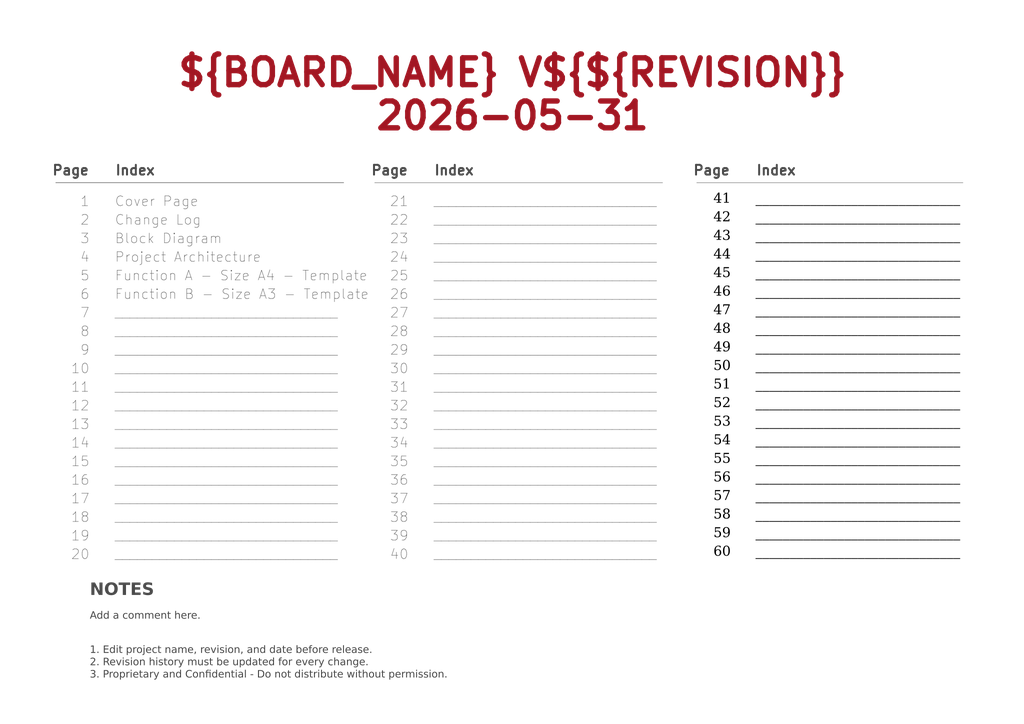
<source format=kicad_sch>
(kicad_sch
	(version 20250114)
	(generator "eeschema")
	(generator_version "9.0")
	(uuid "0650c7a8-acba-429c-9f8e-eec0baf0bc1c")
	(paper "A3")
	(title_block
		(title "${SHEETNAME}")
		(date "2025-08-29")
		(rev "${REVISION}")
		(company "${COMPANY}")
	)
	(lib_symbols)
	(text "9"
		(exclude_from_sim no)
		(at 36.83 146.05 0)
		(effects
			(font
				(size 4 4)
				(color 72 72 72 1)
			)
			(justify right bottom)
			(href "#9")
		)
		(uuid "0171ecc8-df6f-418e-95ea-db73cf975716")
	)
	(text "______________________________"
		(exclude_from_sim no)
		(at 309.88 229.87 0)
		(effects
			(font
				(face "Times New Roman")
				(size 4 4)
				(color 0 0 0 1)
			)
			(justify left bottom)
			(href "#60")
		)
		(uuid "01b9fccd-18f7-4d5d-b0d5-9014448a00de")
	)
	(text "______________________________"
		(exclude_from_sim no)
		(at 177.8 168.91 0)
		(effects
			(font
				(size 4 4)
				(color 72 72 72 1)
			)
			(justify left bottom)
			(href "#32")
		)
		(uuid "0257fcc5-345d-4a0c-99f8-2411c0c89d9b")
	)
	(text "______________________________"
		(exclude_from_sim no)
		(at 309.88 153.67 0)
		(effects
			(font
				(face "Times New Roman")
				(size 4 4)
				(color 0 0 0 1)
			)
			(justify left bottom)
			(href "#50")
		)
		(uuid "02efe401-d6d9-49b6-a81b-08b04f3221af")
	)
	(text "31"
		(exclude_from_sim no)
		(at 167.64 161.29 0)
		(effects
			(font
				(size 4 4)
				(color 72 72 72 1)
			)
			(justify right bottom)
			(href "#31")
		)
		(uuid "03b69ef0-b2b2-483e-a783-164df380b2be")
	)
	(text "19"
		(exclude_from_sim no)
		(at 36.83 222.25 0)
		(effects
			(font
				(size 4 4)
				(color 72 72 72 1)
			)
			(justify right bottom)
			(href "#29")
		)
		(uuid "072ccb28-7cb6-4f39-9156-6359381f0585")
	)
	(text "33"
		(exclude_from_sim no)
		(at 167.64 176.53 0)
		(effects
			(font
				(size 4 4)
				(color 72 72 72 1)
			)
			(justify right bottom)
			(href "#33")
		)
		(uuid "0839716b-08be-4bcc-afab-5a25ef57dce3")
	)
	(text "23"
		(exclude_from_sim no)
		(at 167.64 100.33 0)
		(effects
			(font
				(size 4 4)
				(color 72 72 72 1)
			)
			(justify right bottom)
			(href "#23")
		)
		(uuid "09a9f005-609a-4854-9ba5-f5a5e7b8d7c7")
	)
	(text "______________________________"
		(exclude_from_sim no)
		(at 309.88 115.57 0)
		(effects
			(font
				(face "Times New Roman")
				(size 4 4)
				(color 0 0 0 1)
			)
			(justify left bottom)
			(href "#45")
		)
		(uuid "0a5f776d-cc68-45d8-a9e6-cc6de10cc9f3")
	)
	(text "______________________________"
		(exclude_from_sim no)
		(at 309.88 92.71 0)
		(effects
			(font
				(face "Times New Roman")
				(size 4 4)
				(color 0 0 0 1)
			)
			(justify left bottom)
			(href "#42")
		)
		(uuid "0e77db48-a921-4131-b321-2c7418be2d07")
	)
	(text "______________________________"
		(exclude_from_sim no)
		(at 177.8 222.25 0)
		(effects
			(font
				(size 4 4)
				(color 72 72 72 1)
			)
			(justify left bottom)
			(href "#39")
		)
		(uuid "0f67c861-68bd-4afd-a119-d3d7a5bf7adc")
	)
	(text "______________________________"
		(exclude_from_sim no)
		(at 177.8 191.77 0)
		(effects
			(font
				(size 4 4)
				(color 72 72 72 1)
			)
			(justify left bottom)
			(href "#35")
		)
		(uuid "136f5916-df50-48f6-834b-a6ed7e82129c")
	)
	(text "3"
		(exclude_from_sim no)
		(at 36.83 100.33 0)
		(effects
			(font
				(size 4 4)
				(color 72 72 72 1)
			)
			(justify right bottom)
			(href "#3")
		)
		(uuid "1dd16a1b-b3b8-42a1-b678-3a7b261e7284")
	)
	(text "54"
		(exclude_from_sim no)
		(at 299.72 184.15 0)
		(effects
			(font
				(face "Times New Roman")
				(size 4 4)
				(color 0 0 0 1)
			)
			(justify right bottom)
			(href "#54")
		)
		(uuid "1e9cbe37-2632-4060-ad37-acbd45e55cf5")
	)
	(text "38"
		(exclude_from_sim no)
		(at 167.64 214.63 0)
		(effects
			(font
				(size 4 4)
				(color 72 72 72 1)
			)
			(justify right bottom)
			(href "#38")
		)
		(uuid "1ee16e35-c31c-4553-a9aa-39ed69c5d216")
	)
	(text "______________________________"
		(exclude_from_sim no)
		(at 309.88 107.95 0)
		(effects
			(font
				(face "Times New Roman")
				(size 4 4)
				(color 0 0 0 1)
			)
			(justify left bottom)
			(href "#44")
		)
		(uuid "2560b2fd-595b-4b54-ac30-4ad0a68faed5")
	)
	(text "______________________________"
		(exclude_from_sim no)
		(at 46.99 176.53 0)
		(effects
			(font
				(size 4 4)
				(color 72 72 72 1)
			)
			(justify left bottom)
			(href "#13")
		)
		(uuid "25b93489-82cb-4869-ad91-7e37fdb2cc0b")
	)
	(text "______________________________"
		(exclude_from_sim no)
		(at 46.99 168.91 0)
		(effects
			(font
				(size 4 4)
				(color 72 72 72 1)
			)
			(justify left bottom)
			(href "#12")
		)
		(uuid "2bf84843-093b-473e-b580-d51afcf3d096")
	)
	(text "______________________________"
		(exclude_from_sim no)
		(at 46.99 153.67 0)
		(effects
			(font
				(size 4 4)
				(color 72 72 72 1)
			)
			(justify left bottom)
			(href "#10")
		)
		(uuid "2df49b6e-980f-4a01-ab23-c61ed27bd1b8")
	)
	(text "______________________________"
		(exclude_from_sim no)
		(at 46.99 222.25 0)
		(effects
			(font
				(size 4 4)
				(color 72 72 72 1)
			)
			(justify left bottom)
			(href "#29")
		)
		(uuid "2f2a2d20-18a8-4617-b301-50bb65e2eeb4")
	)
	(text "______________________________"
		(exclude_from_sim no)
		(at 46.99 146.05 0)
		(effects
			(font
				(size 4 4)
				(color 72 72 72 1)
			)
			(justify left bottom)
			(href "#9")
		)
		(uuid "319dfe95-cf7d-4b95-aa65-2f948d7bd6bc")
	)
	(text "______________________________"
		(exclude_from_sim no)
		(at 309.88 146.05 0)
		(effects
			(font
				(face "Times New Roman")
				(size 4 4)
				(color 0 0 0 1)
			)
			(justify left bottom)
			(href "#49")
		)
		(uuid "33818e7a-ae84-4e30-8778-5765f7781f38")
	)
	(text "______________________________"
		(exclude_from_sim no)
		(at 46.99 138.43 0)
		(effects
			(font
				(size 4 4)
				(color 72 72 72 1)
			)
			(justify left bottom)
			(href "#8")
		)
		(uuid "339f13bd-0896-43a1-925e-733e36e395bd")
	)
	(text "1"
		(exclude_from_sim no)
		(at 36.83 85.09 0)
		(effects
			(font
				(size 4 4)
				(color 72 72 72 1)
			)
			(justify right bottom)
			(href "#1")
		)
		(uuid "3691ab49-6c05-4886-869a-12221f52fdee")
	)
	(text "17"
		(exclude_from_sim no)
		(at 36.83 207.01 0)
		(effects
			(font
				(size 4 4)
				(color 72 72 72 1)
			)
			(justify right bottom)
			(href "#27")
		)
		(uuid "3cdde710-205b-4097-951e-1f4191bb917a")
	)
	(text "______________________________"
		(exclude_from_sim no)
		(at 46.99 184.15 0)
		(effects
			(font
				(size 4 4)
				(color 72 72 72 1)
			)
			(justify left bottom)
			(href "#24")
		)
		(uuid "3df57411-0896-4e08-af87-b5a813da7a5c")
	)
	(text "______________________________"
		(exclude_from_sim no)
		(at 177.8 176.53 0)
		(effects
			(font
				(size 4 4)
				(color 72 72 72 1)
			)
			(justify left bottom)
			(href "#33")
		)
		(uuid "402b0b8a-cf1b-4b9f-8494-86491ab4d77b")
	)
	(text "35"
		(exclude_from_sim no)
		(at 167.64 191.77 0)
		(effects
			(font
				(size 4 4)
				(color 72 72 72 1)
			)
			(justify right bottom)
			(href "#35")
		)
		(uuid "447b4f85-4f7b-4304-9a25-0ffc77ee8874")
	)
	(text "Index"
		(exclude_from_sim no)
		(at 46.99 72.39 0)
		(effects
			(font
				(size 4 4)
				(bold yes)
				(color 72 72 72 1)
			)
			(justify left bottom)
		)
		(uuid "44841f0e-187c-41b9-a570-9f74973319c9")
	)
	(text "______________________________"
		(exclude_from_sim no)
		(at 309.88 191.77 0)
		(effects
			(font
				(face "Times New Roman")
				(size 4 4)
				(color 0 0 0 1)
			)
			(justify left bottom)
			(href "#55")
		)
		(uuid "46b3310a-1d99-4e30-94c8-c10c1d0b0176")
	)
	(text "40"
		(exclude_from_sim no)
		(at 167.64 229.87 0)
		(effects
			(font
				(size 4 4)
				(color 72 72 72 1)
			)
			(justify right bottom)
			(href "#40")
		)
		(uuid "46cfe645-1a9c-4b88-904d-9508dc3cde8a")
	)
	(text "Index"
		(exclude_from_sim no)
		(at 177.8 72.39 0)
		(effects
			(font
				(size 4 4)
				(bold yes)
				(color 72 72 72 1)
			)
			(justify left bottom)
		)
		(uuid "4773b195-e777-483d-bd5a-5b18be14b485")
	)
	(text "______________________________"
		(exclude_from_sim no)
		(at 46.99 229.87 0)
		(effects
			(font
				(size 4 4)
				(color 72 72 72 1)
			)
			(justify left bottom)
			(href "#20")
		)
		(uuid "47b49985-5be9-4a58-bab3-4b5801a836ff")
	)
	(text "______________________________"
		(exclude_from_sim no)
		(at 177.8 161.29 0)
		(effects
			(font
				(size 4 4)
				(color 72 72 72 1)
			)
			(justify left bottom)
			(href "#31")
		)
		(uuid "47d13cc7-acac-47b4-8854-1a5cfb555d93")
	)
	(text "47"
		(exclude_from_sim no)
		(at 299.72 130.81 0)
		(effects
			(font
				(face "Times New Roman")
				(size 4 4)
				(color 0 0 0 1)
			)
			(justify right bottom)
			(href "#47")
		)
		(uuid "47e5ef3a-a936-4417-8e04-a70df1a04676")
	)
	(text "32"
		(exclude_from_sim no)
		(at 167.64 168.91 0)
		(effects
			(font
				(size 4 4)
				(color 72 72 72 1)
			)
			(justify right bottom)
			(href "#32")
		)
		(uuid "48098dda-6ed2-44f1-b017-c8ca06ff7970")
	)
	(text "25"
		(exclude_from_sim no)
		(at 167.64 115.57 0)
		(effects
			(font
				(size 4 4)
				(color 72 72 72 1)
			)
			(justify right bottom)
			(href "#25")
		)
		(uuid "48cae9b2-9935-4ee2-a962-685c04325434")
	)
	(text "6"
		(exclude_from_sim no)
		(at 36.83 123.19 0)
		(effects
			(font
				(size 4 4)
				(color 72 72 72 1)
			)
			(justify right bottom)
			(href "#6")
		)
		(uuid "4aa9b67c-c657-48d1-abb0-497faf20008a")
	)
	(text "44"
		(exclude_from_sim no)
		(at 299.72 107.95 0)
		(effects
			(font
				(face "Times New Roman")
				(size 4 4)
				(color 0 0 0 1)
			)
			(justify right bottom)
			(href "#44")
		)
		(uuid "4d10b8f7-ee9d-4539-987e-2871a213b2d6")
	)
	(text "Page"
		(exclude_from_sim no)
		(at 36.83 72.39 0)
		(effects
			(font
				(size 4 4)
				(bold yes)
				(color 72 72 72 1)
			)
			(justify right bottom)
		)
		(uuid "5216de6a-28ab-4e49-a422-9fd32d8fed67")
	)
	(text "Project Architecture"
		(exclude_from_sim no)
		(at 46.99 107.95 0)
		(effects
			(font
				(size 4 4)
				(color 72 72 72 1)
			)
			(justify left bottom)
			(href "#4")
		)
		(uuid "547bb3ec-bec4-4b68-a38e-2ac56be29bd3")
	)
	(text "______________________________"
		(exclude_from_sim no)
		(at 309.88 130.81 0)
		(effects
			(font
				(face "Times New Roman")
				(size 4 4)
				(color 0 0 0 1)
			)
			(justify left bottom)
			(href "#47")
		)
		(uuid "58ff6295-a7e2-4c67-a917-4e0cabddc69e")
	)
	(text "______________________________"
		(exclude_from_sim no)
		(at 309.88 176.53 0)
		(effects
			(font
				(face "Times New Roman")
				(size 4 4)
				(color 0 0 0 1)
			)
			(justify left bottom)
			(href "#53")
		)
		(uuid "5b1ca93f-24a6-4f8c-9768-eb4656f1cbf3")
	)
	(text "______________________________"
		(exclude_from_sim no)
		(at 177.8 214.63 0)
		(effects
			(font
				(size 4 4)
				(color 72 72 72 1)
			)
			(justify left bottom)
			(href "#38")
		)
		(uuid "5d43558a-85f5-481a-8de1-dcce82c73241")
	)
	(text "8"
		(exclude_from_sim no)
		(at 36.83 138.43 0)
		(effects
			(font
				(size 4 4)
				(color 72 72 72 1)
			)
			(justify right bottom)
			(href "#8")
		)
		(uuid "5dd35c87-2aeb-4c16-ab79-fbda71c4347a")
	)
	(text "24"
		(exclude_from_sim no)
		(at 167.64 107.95 0)
		(effects
			(font
				(size 4 4)
				(color 72 72 72 1)
			)
			(justify right bottom)
			(href "#24")
		)
		(uuid "5e529423-56be-4ad0-9794-38b960fa0634")
	)
	(text "______________________________"
		(exclude_from_sim no)
		(at 46.99 161.29 0)
		(effects
			(font
				(size 4 4)
				(color 72 72 72 1)
			)
			(justify left bottom)
			(href "#11")
		)
		(uuid "63bc5518-626a-41c2-b350-27ef93cba1d5")
	)
	(text "Add a comment here."
		(exclude_from_sim no)
		(at 36.83 255.27 0)
		(effects
			(font
				(face "Arial")
				(size 3 3)
				(color 72 72 72 1)
			)
			(justify left bottom)
		)
		(uuid "68380fe5-f4b7-46dd-a35a-12e5c647ab86")
	)
	(text "59"
		(exclude_from_sim no)
		(at 299.72 222.25 0)
		(effects
			(font
				(face "Times New Roman")
				(size 4 4)
				(color 0 0 0 1)
			)
			(justify right bottom)
			(href "#59")
		)
		(uuid "68637550-8f6a-4d13-8273-0ed7180d69f4")
	)
	(text "43"
		(exclude_from_sim no)
		(at 299.72 100.33 0)
		(effects
			(font
				(face "Times New Roman")
				(size 4 4)
				(color 0 0 0 1)
			)
			(justify right bottom)
			(href "#43")
		)
		(uuid "68aaa364-f788-45fb-b731-7b1eda7a6c6c")
	)
	(text "Index"
		(exclude_from_sim no)
		(at 309.88 72.39 0)
		(effects
			(font
				(size 4 4)
				(bold yes)
				(color 72 72 72 1)
			)
			(justify left bottom)
		)
		(uuid "6eee427d-5608-4f64-99d8-6d8e4391a6b0")
	)
	(text "34"
		(exclude_from_sim no)
		(at 167.64 184.15 0)
		(effects
			(font
				(size 4 4)
				(color 72 72 72 1)
			)
			(justify right bottom)
			(href "#34")
		)
		(uuid "71646dce-d3a5-45fd-99ba-bf6701742301")
	)
	(text "5"
		(exclude_from_sim no)
		(at 36.83 115.57 0)
		(effects
			(font
				(size 4 4)
				(color 72 72 72 1)
			)
			(justify right bottom)
			(href "#5")
		)
		(uuid "718e4830-a352-43f0-b9c5-1495032b5970")
	)
	(text "______________________________"
		(exclude_from_sim no)
		(at 309.88 138.43 0)
		(effects
			(font
				(face "Times New Roman")
				(size 4 4)
				(color 0 0 0 1)
			)
			(justify left bottom)
			(href "#48")
		)
		(uuid "71e3e740-6924-4909-b1a6-baf0cd50a5d9")
	)
	(text "11"
		(exclude_from_sim no)
		(at 36.83 161.29 0)
		(effects
			(font
				(size 4 4)
				(color 72 72 72 1)
			)
			(justify right bottom)
			(href "#11")
		)
		(uuid "722afe46-e489-4fa3-828c-eae9e465c4fa")
	)
	(text "______________________________"
		(exclude_from_sim no)
		(at 46.99 207.01 0)
		(effects
			(font
				(size 4 4)
				(color 72 72 72 1)
			)
			(justify left bottom)
			(href "#27")
		)
		(uuid "788a4c72-936c-47c9-b63c-37f2343e2fbb")
	)
	(text "46"
		(exclude_from_sim no)
		(at 299.72 123.19 0)
		(effects
			(font
				(face "Times New Roman")
				(size 4 4)
				(color 0 0 0 1)
			)
			(justify right bottom)
			(href "#46")
		)
		(uuid "78da4ba2-8c96-4e51-9a03-b14367dceea0")
	)
	(text "26"
		(exclude_from_sim no)
		(at 167.64 123.19 0)
		(effects
			(font
				(size 4 4)
				(color 72 72 72 1)
			)
			(justify right bottom)
			(href "#26")
		)
		(uuid "7a577aea-9c53-4431-8f38-6cd521e907d0")
	)
	(text "10"
		(exclude_from_sim no)
		(at 36.83 153.67 0)
		(effects
			(font
				(size 4 4)
				(color 72 72 72 1)
			)
			(justify right bottom)
			(href "#10")
		)
		(uuid "7caa34f0-df91-4ed4-bb8e-ff81315f8c93")
	)
	(text "20"
		(exclude_from_sim no)
		(at 36.83 229.87 0)
		(effects
			(font
				(size 4 4)
				(color 72 72 72 1)
			)
			(justify right bottom)
			(href "#20")
		)
		(uuid "7d269e77-c5fe-410a-9e1a-43ffc60b64b7")
	)
	(text "28"
		(exclude_from_sim no)
		(at 167.64 138.43 0)
		(effects
			(font
				(size 4 4)
				(color 72 72 72 1)
			)
			(justify right bottom)
			(href "#28")
		)
		(uuid "7d4de17d-b484-45d2-95af-1050fc297950")
	)
	(text "58"
		(exclude_from_sim no)
		(at 299.72 214.63 0)
		(effects
			(font
				(face "Times New Roman")
				(size 4 4)
				(color 0 0 0 1)
			)
			(justify right bottom)
			(href "#58")
		)
		(uuid "88d52b16-6572-4cfb-b265-910222b604ca")
	)
	(text "60"
		(exclude_from_sim no)
		(at 299.72 229.87 0)
		(effects
			(font
				(face "Times New Roman")
				(size 4 4)
				(color 0 0 0 1)
			)
			(justify right bottom)
			(href "#60")
		)
		(uuid "8979b0e6-4767-4cf2-a058-45a560b49da5")
	)
	(text "36"
		(exclude_from_sim no)
		(at 167.64 199.39 0)
		(effects
			(font
				(size 4 4)
				(color 72 72 72 1)
			)
			(justify right bottom)
			(href "#36")
		)
		(uuid "89b66c5a-d75f-451f-871f-6ca976a79d0d")
	)
	(text "______________________________"
		(exclude_from_sim no)
		(at 177.8 123.19 0)
		(effects
			(font
				(size 4 4)
				(color 72 72 72 1)
			)
			(justify left bottom)
			(href "#26")
		)
		(uuid "8c8bb75b-a873-42cf-8647-bac599a408de")
	)
	(text "4"
		(exclude_from_sim no)
		(at 36.83 107.95 0)
		(effects
			(font
				(size 4 4)
				(color 72 72 72 1)
			)
			(justify right bottom)
			(href "#4")
		)
		(uuid "8d802a1e-8c90-4592-9cec-00ce1173b8bd")
	)
	(text "21"
		(exclude_from_sim no)
		(at 167.64 85.09 0)
		(effects
			(font
				(size 4 4)
				(color 72 72 72 1)
			)
			(justify right bottom)
			(href "#21")
		)
		(uuid "8d827c06-285c-46bc-8024-d46f4098d9e5")
	)
	(text "______________________________"
		(exclude_from_sim no)
		(at 177.8 138.43 0)
		(effects
			(font
				(size 4 4)
				(color 72 72 72 1)
			)
			(justify left bottom)
			(href "#28")
		)
		(uuid "90ea3559-3b38-46cd-9178-d343a5b3c058")
	)
	(text "______________________________"
		(exclude_from_sim no)
		(at 309.88 168.91 0)
		(effects
			(font
				(face "Times New Roman")
				(size 4 4)
				(color 0 0 0 1)
			)
			(justify left bottom)
			(href "#52")
		)
		(uuid "9111b116-78ef-4de0-8634-349b253bb493")
	)
	(text "48"
		(exclude_from_sim no)
		(at 299.72 138.43 0)
		(effects
			(font
				(face "Times New Roman")
				(size 4 4)
				(color 0 0 0 1)
			)
			(justify right bottom)
			(href "#48")
		)
		(uuid "9310b062-10e2-49af-a22c-1c9854a7f3f0")
	)
	(text "Function A - Size A4 - Template"
		(exclude_from_sim no)
		(at 46.99 115.57 0)
		(effects
			(font
				(size 4 4)
				(color 72 72 72 1)
			)
			(justify left bottom)
			(href "#5")
		)
		(uuid "9413d28a-c2b4-4d73-ae2d-68b4717d1b67")
	)
	(text "Page"
		(exclude_from_sim no)
		(at 299.72 72.39 0)
		(effects
			(font
				(size 4 4)
				(bold yes)
				(color 72 72 72 1)
			)
			(justify right bottom)
		)
		(uuid "959ea2a5-595d-4c64-a44e-f0c1c6497852")
	)
	(text "______________________________"
		(exclude_from_sim no)
		(at 177.8 207.01 0)
		(effects
			(font
				(size 4 4)
				(color 72 72 72 1)
			)
			(justify left bottom)
			(href "#37")
		)
		(uuid "96601b84-d7c8-4941-85d7-0613e213ed48")
	)
	(text "______________________________"
		(exclude_from_sim no)
		(at 177.8 107.95 0)
		(effects
			(font
				(size 4 4)
				(color 72 72 72 1)
			)
			(justify left bottom)
			(href "#24")
		)
		(uuid "97fd4dd4-2e82-49f5-b773-077a391ba71c")
	)
	(text "53"
		(exclude_from_sim no)
		(at 299.72 176.53 0)
		(effects
			(font
				(face "Times New Roman")
				(size 4 4)
				(color 0 0 0 1)
			)
			(justify right bottom)
			(href "#53")
		)
		(uuid "9ab94313-44d8-4d7a-b2a7-c13cbaf05a09")
	)
	(text "______________________________"
		(exclude_from_sim no)
		(at 309.88 184.15 0)
		(effects
			(font
				(face "Times New Roman")
				(size 4 4)
				(color 0 0 0 1)
			)
			(justify left bottom)
			(href "#54")
		)
		(uuid "9e18af5f-af73-4e68-bc20-b48d7e5cc4ef")
	)
	(text "______________________________"
		(exclude_from_sim no)
		(at 46.99 191.77 0)
		(effects
			(font
				(size 4 4)
				(color 72 72 72 1)
			)
			(justify left bottom)
			(href "#25")
		)
		(uuid "a02ef0d9-7a70-4384-9ee5-1d431a1f7f74")
	)
	(text "______________________________"
		(exclude_from_sim no)
		(at 177.8 85.09 0)
		(effects
			(font
				(size 4 4)
				(color 72 72 72 1)
			)
			(justify left bottom)
			(href "#21")
		)
		(uuid "a0648f28-4155-42f7-939d-56746fb3dfc4")
	)
	(text "______________________________"
		(exclude_from_sim no)
		(at 309.88 214.63 0)
		(effects
			(font
				(face "Times New Roman")
				(size 4 4)
				(color 0 0 0 1)
			)
			(justify left bottom)
			(href "#58")
		)
		(uuid "a11d80c9-64ad-4382-95e8-4bf9468cd805")
	)
	(text "18"
		(exclude_from_sim no)
		(at 36.83 214.63 0)
		(effects
			(font
				(size 4 4)
				(color 72 72 72 1)
			)
			(justify right bottom)
			(href "#28")
		)
		(uuid "a9527edc-34ee-4f6a-85b2-6455a82ba3ff")
	)
	(text "______________________________"
		(exclude_from_sim no)
		(at 177.8 146.05 0)
		(effects
			(font
				(size 4 4)
				(color 72 72 72 1)
			)
			(justify left bottom)
			(href "#29")
		)
		(uuid "ab3a5928-b09f-4bad-95c6-93bde0454769")
	)
	(text "42"
		(exclude_from_sim no)
		(at 299.72 92.71 0)
		(effects
			(font
				(face "Times New Roman")
				(size 4 4)
				(color 0 0 0 1)
			)
			(justify right bottom)
			(href "#42")
		)
		(uuid "ada746a9-1ac8-4ba5-b1f0-e040d6c0fa14")
	)
	(text "______________________________"
		(exclude_from_sim no)
		(at 46.99 199.39 0)
		(effects
			(font
				(size 4 4)
				(color 72 72 72 1)
			)
			(justify left bottom)
			(href "#26")
		)
		(uuid "af7facaa-914f-4612-bdee-50d9c0db900b")
	)
	(text "______________________________"
		(exclude_from_sim no)
		(at 309.88 207.01 0)
		(effects
			(font
				(face "Times New Roman")
				(size 4 4)
				(color 0 0 0 1)
			)
			(justify left bottom)
			(href "#57")
		)
		(uuid "b0f573a7-b85e-4ef8-827c-145948a9717c")
	)
	(text "______________________________"
		(exclude_from_sim no)
		(at 177.8 153.67 0)
		(effects
			(font
				(size 4 4)
				(color 72 72 72 1)
			)
			(justify left bottom)
			(href "#30")
		)
		(uuid "b25a8d37-9570-4b31-9983-6767572c34f8")
	)
	(text "45"
		(exclude_from_sim no)
		(at 299.72 115.57 0)
		(effects
			(font
				(face "Times New Roman")
				(size 4 4)
				(color 0 0 0 1)
			)
			(justify right bottom)
			(href "#45")
		)
		(uuid "b3f10ccd-dd30-4e1a-9a39-191e590211cc")
	)
	(text "57"
		(exclude_from_sim no)
		(at 299.72 207.01 0)
		(effects
			(font
				(face "Times New Roman")
				(size 4 4)
				(color 0 0 0 1)
			)
			(justify right bottom)
			(href "#57")
		)
		(uuid "b58a97cf-03e3-4ba9-9351-4c2fc8d35c25")
	)
	(text "16"
		(exclude_from_sim no)
		(at 36.83 199.39 0)
		(effects
			(font
				(size 4 4)
				(color 72 72 72 1)
			)
			(justify right bottom)
			(href "#26")
		)
		(uuid "b7d84341-d38c-4080-9300-72a7a3258858")
	)
	(text "56"
		(exclude_from_sim no)
		(at 299.72 199.39 0)
		(effects
			(font
				(face "Times New Roman")
				(size 4 4)
				(color 0 0 0 1)
			)
			(justify right bottom)
			(href "#56")
		)
		(uuid "b8172b77-e342-47c6-93ae-de808d75cf3a")
	)
	(text "______________________________"
		(exclude_from_sim no)
		(at 309.88 161.29 0)
		(effects
			(font
				(face "Times New Roman")
				(size 4 4)
				(color 0 0 0 1)
			)
			(justify left bottom)
			(href "#51")
		)
		(uuid "b8f7ac30-390d-4ac9-a13e-69359ebc092e")
	)
	(text "NOTES"
		(exclude_from_sim no)
		(at 36.83 246.38 0)
		(effects
			(font
				(face "Arial")
				(size 5 5)
				(bold yes)
				(color 72 72 72 1)
			)
			(justify left bottom)
		)
		(uuid "bda69a35-4d5e-4bca-acf0-cfea4965e197")
	)
	(text "Page"
		(exclude_from_sim no)
		(at 167.64 72.39 0)
		(effects
			(font
				(size 4 4)
				(bold yes)
				(color 72 72 72 1)
			)
			(justify right bottom)
		)
		(uuid "beb5ee3d-ad62-4c0c-ab18-390f8e3c78c4")
	)
	(text "______________________________"
		(exclude_from_sim no)
		(at 309.88 123.19 0)
		(effects
			(font
				(face "Times New Roman")
				(size 4 4)
				(color 0 0 0 1)
			)
			(justify left bottom)
			(href "#46")
		)
		(uuid "bf267fda-5a53-40c6-baeb-002e3797fdad")
	)
	(text "______________________________"
		(exclude_from_sim no)
		(at 177.8 92.71 0)
		(effects
			(font
				(size 4 4)
				(color 72 72 72 1)
			)
			(justify left bottom)
			(href "#22")
		)
		(uuid "c5692975-018f-4df6-bd56-e0251b4161c7")
	)
	(text "13"
		(exclude_from_sim no)
		(at 36.83 176.53 0)
		(effects
			(font
				(size 4 4)
				(color 72 72 72 1)
			)
			(justify right bottom)
			(href "#13")
		)
		(uuid "c5d207ea-f0e3-4490-8a00-dd2a12acaf7e")
	)
	(text "______________________________"
		(exclude_from_sim no)
		(at 46.99 214.63 0)
		(effects
			(font
				(size 4 4)
				(color 72 72 72 1)
			)
			(justify left bottom)
			(href "#28")
		)
		(uuid "c5d6e362-e86a-489d-a132-97c2514156ce")
	)
	(text "______________________________"
		(exclude_from_sim no)
		(at 177.8 100.33 0)
		(effects
			(font
				(size 4 4)
				(color 72 72 72 1)
			)
			(justify left bottom)
			(href "#23")
		)
		(uuid "c6d4cf62-8b68-4bf9-bd79-e158b4c51633")
	)
	(text "Function B - Size A3 - Template"
		(exclude_from_sim no)
		(at 46.99 123.19 0)
		(effects
			(font
				(size 4 4)
				(color 72 72 72 1)
			)
			(justify left bottom)
			(href "#6")
		)
		(uuid "c787ff5d-5d58-4a12-8967-dc99673505b9")
	)
	(text "______________________________"
		(exclude_from_sim no)
		(at 177.8 115.57 0)
		(effects
			(font
				(size 4 4)
				(color 72 72 72 1)
			)
			(justify left bottom)
			(href "#25")
		)
		(uuid "c8291fa4-7cfc-4302-966f-a1f9def26a6b")
	)
	(text "14"
		(exclude_from_sim no)
		(at 36.83 184.15 0)
		(effects
			(font
				(size 4 4)
				(color 72 72 72 1)
			)
			(justify right bottom)
			(href "#24")
		)
		(uuid "c8846d40-0fa9-4217-9edc-fd2d17adce43")
	)
	(text "1. Edit project name, revision, and date before release.\n2. Revision history must be updated for every change.\n3. Proprietary and Confidential - Do not distribute without permission."
		(exclude_from_sim no)
		(at 36.83 279.4 0)
		(effects
			(font
				(face "Arial")
				(size 3 3)
				(color 72 72 72 1)
			)
			(justify left bottom)
		)
		(uuid "c8be9f14-78c6-4f92-9aff-4812d45c8c01")
	)
	(text "Change Log"
		(exclude_from_sim no)
		(at 46.99 92.71 0)
		(effects
			(font
				(size 4 4)
				(color 72 72 72 1)
			)
			(justify left bottom)
			(href "#2")
		)
		(uuid "caeb7f52-f34e-4432-b129-9207069a1ad5")
	)
	(text "29"
		(exclude_from_sim no)
		(at 167.64 146.05 0)
		(effects
			(font
				(size 4 4)
				(color 72 72 72 1)
			)
			(justify right bottom)
			(href "#29")
		)
		(uuid "cbf7eaea-8009-4ccd-9079-9d687b9a3603")
	)
	(text "50"
		(exclude_from_sim no)
		(at 299.72 153.67 0)
		(effects
			(font
				(face "Times New Roman")
				(size 4 4)
				(color 0 0 0 1)
			)
			(justify right bottom)
			(href "#50")
		)
		(uuid "cea38a57-40f7-465f-b054-ff626e3218d0")
	)
	(text "55"
		(exclude_from_sim no)
		(at 299.72 191.77 0)
		(effects
			(font
				(face "Times New Roman")
				(size 4 4)
				(color 0 0 0 1)
			)
			(justify right bottom)
			(href "#55")
		)
		(uuid "ced3d12f-6278-4ae2-b401-15078b7b5e64")
	)
	(text "15"
		(exclude_from_sim no)
		(at 36.83 191.77 0)
		(effects
			(font
				(size 4 4)
				(color 72 72 72 1)
			)
			(justify right bottom)
			(href "#25")
		)
		(uuid "cf42ab28-ab49-4812-9fc5-3b7d64c7a1b7")
	)
	(text "7"
		(exclude_from_sim no)
		(at 36.83 130.81 0)
		(effects
			(font
				(size 4 4)
				(color 72 72 72 1)
			)
			(justify right bottom)
			(href "#7")
		)
		(uuid "cf9779c0-4a62-4a6f-9127-07f6919e9e8d")
	)
	(text "37"
		(exclude_from_sim no)
		(at 167.64 207.01 0)
		(effects
			(font
				(size 4 4)
				(color 72 72 72 1)
			)
			(justify right bottom)
			(href "#37")
		)
		(uuid "cfe5ed51-7946-45e7-98a5-5d050624d957")
	)
	(text "52"
		(exclude_from_sim no)
		(at 299.72 168.91 0)
		(effects
			(font
				(face "Times New Roman")
				(size 4 4)
				(color 0 0 0 1)
			)
			(justify right bottom)
			(href "#52")
		)
		(uuid "d03749a8-a0f5-4bcc-b80d-fe78d83813e1")
	)
	(text "______________________________"
		(exclude_from_sim no)
		(at 177.8 199.39 0)
		(effects
			(font
				(size 4 4)
				(color 72 72 72 1)
			)
			(justify left bottom)
			(href "#36")
		)
		(uuid "d3bdd06e-9531-4e41-8c32-c6b809cd985c")
	)
	(text "______________________________"
		(exclude_from_sim no)
		(at 309.88 199.39 0)
		(effects
			(font
				(face "Times New Roman")
				(size 4 4)
				(color 0 0 0 1)
			)
			(justify left bottom)
			(href "#56")
		)
		(uuid "d3d949ae-5f4f-4f2e-b1c7-74ef48d0b324")
	)
	(text "22"
		(exclude_from_sim no)
		(at 167.64 92.71 0)
		(effects
			(font
				(size 4 4)
				(color 72 72 72 1)
			)
			(justify right bottom)
			(href "#22")
		)
		(uuid "d450aa41-7115-44ab-9cc7-2fa118545b00")
	)
	(text "41"
		(exclude_from_sim no)
		(at 299.72 85.09 0)
		(effects
			(font
				(face "Times New Roman")
				(size 4 4)
				(color 0 0 0 1)
			)
			(justify right bottom)
			(href "#41")
		)
		(uuid "d7ac5948-93ba-4038-95c3-cb73c27df74a")
	)
	(text "______________________________"
		(exclude_from_sim no)
		(at 309.88 100.33 0)
		(effects
			(font
				(face "Times New Roman")
				(size 4 4)
				(color 0 0 0 1)
			)
			(justify left bottom)
			(href "#43")
		)
		(uuid "d7b4406a-edb1-4852-8bdb-9a10a50b5803")
	)
	(text "______________________________"
		(exclude_from_sim no)
		(at 177.8 130.81 0)
		(effects
			(font
				(size 4 4)
				(color 72 72 72 1)
			)
			(justify left bottom)
			(href "#27")
		)
		(uuid "dc10f23b-1ed0-4663-9926-e702effe9845")
	)
	(text "39"
		(exclude_from_sim no)
		(at 167.64 222.25 0)
		(effects
			(font
				(size 4 4)
				(color 72 72 72 1)
			)
			(justify right bottom)
			(href "#39")
		)
		(uuid "dc7c2d30-6a4b-492c-aec2-554e8e2aedb6")
	)
	(text "2"
		(exclude_from_sim no)
		(at 36.83 92.71 0)
		(effects
			(font
				(size 4 4)
				(color 72 72 72 1)
			)
			(justify right bottom)
			(href "#2")
		)
		(uuid "dca5e168-6a76-4eb2-b335-e6c030ded824")
	)
	(text "______________________________"
		(exclude_from_sim no)
		(at 309.88 85.09 0)
		(effects
			(font
				(face "Times New Roman")
				(size 4 4)
				(color 0 0 0 1)
			)
			(justify left bottom)
			(href "#41")
		)
		(uuid "e068fb58-fb60-4e6e-b23b-598ad6ddf838")
	)
	(text "______________________________"
		(exclude_from_sim no)
		(at 177.8 184.15 0)
		(effects
			(font
				(size 4 4)
				(color 72 72 72 1)
			)
			(justify left bottom)
			(href "#34")
		)
		(uuid "e527aef6-111d-4595-b2bb-bcbcf18ee5ae")
	)
	(text "51"
		(exclude_from_sim no)
		(at 299.72 161.29 0)
		(effects
			(font
				(face "Times New Roman")
				(size 4 4)
				(color 0 0 0 1)
			)
			(justify right bottom)
			(href "#51")
		)
		(uuid "e6310480-2a7e-4bf2-9081-d0d24bf91434")
	)
	(text "12"
		(exclude_from_sim no)
		(at 36.83 168.91 0)
		(effects
			(font
				(size 4 4)
				(color 72 72 72 1)
			)
			(justify right bottom)
			(href "#12")
		)
		(uuid "e81ff550-5db3-4dbf-a74f-53ba944e64c5")
	)
	(text "49"
		(exclude_from_sim no)
		(at 299.72 146.05 0)
		(effects
			(font
				(face "Times New Roman")
				(size 4 4)
				(color 0 0 0 1)
			)
			(justify right bottom)
			(href "#49")
		)
		(uuid "e83f0c3e-ac1d-4432-a8de-ba5a2be8aa4a")
	)
	(text "Cover Page"
		(exclude_from_sim no)
		(at 46.99 85.09 0)
		(effects
			(font
				(size 4 4)
				(color 72 72 72 1)
			)
			(justify left bottom)
			(href "#1")
		)
		(uuid "e9964413-67ff-4f53-b58c-608277db6779")
	)
	(text "Block Diagram"
		(exclude_from_sim no)
		(at 46.99 100.33 0)
		(effects
			(font
				(size 4 4)
				(color 72 72 72 1)
			)
			(justify left bottom)
			(href "#3")
		)
		(uuid "ed9f4e44-7881-47b3-83af-17eb3de0e161")
	)
	(text "______________________________"
		(exclude_from_sim no)
		(at 309.88 222.25 0)
		(effects
			(font
				(face "Times New Roman")
				(size 4 4)
				(color 0 0 0 1)
			)
			(justify left bottom)
			(href "#59")
		)
		(uuid "f0602135-d05b-4190-8862-a3823edc6a1b")
	)
	(text "30"
		(exclude_from_sim no)
		(at 167.64 153.67 0)
		(effects
			(font
				(size 4 4)
				(color 72 72 72 1)
			)
			(justify right bottom)
			(href "#30")
		)
		(uuid "f17fa600-4ea0-4482-a965-d781b27fd052")
	)
	(text "______________________________"
		(exclude_from_sim no)
		(at 177.8 229.87 0)
		(effects
			(font
				(size 4 4)
				(color 72 72 72 1)
			)
			(justify left bottom)
			(href "#40")
		)
		(uuid "fd3ee695-67c7-4ce3-bd1e-f1d066eae790")
	)
	(text "______________________________"
		(exclude_from_sim no)
		(at 46.99 130.81 0)
		(effects
			(font
				(size 4 4)
				(color 72 72 72 1)
			)
			(justify left bottom)
			(href "#7")
		)
		(uuid "ff95cd70-408a-4656-b808-dabd546affbd")
	)
	(text "27"
		(exclude_from_sim no)
		(at 167.64 130.81 0)
		(effects
			(font
				(size 4 4)
				(color 72 72 72 1)
			)
			(justify right bottom)
			(href "#27")
		)
		(uuid "ffcd9e5c-5c93-423a-9ccc-e0af67821852")
	)
	(text_box "${BOARD_NAME} V${REVISION}\n${CURRENT_DATE}"
		(exclude_from_sim no)
		(at 12.7 20.32 0)
		(size 394.9699 36.5412)
		(margins 0.9525 0.9525 0.9525 0.9525)
		(stroke
			(width -0.0001)
			(type solid)
		)
		(fill
			(type none)
		)
		(effects
			(font
				(size 11 11)
				(thickness 2.2)
				(bold yes)
				(color 162 22 34 1)
			)
		)
		(uuid "f27b4f9d-f50f-4530-a625-0074440d33b0")
	)
	(polyline
		(pts
			(xy 285.75 74.93) (xy 394.97 74.93)
		)
		(stroke
			(width 0)
			(type solid)
			(color 72 72 72 1)
		)
		(uuid "94176580-9e19-4ded-a7aa-ff9ec19044ba")
	)
	(polyline
		(pts
			(xy 153.67 74.93) (xy 271.78 74.93)
		)
		(stroke
			(width 0)
			(type solid)
			(color 72 72 72 1)
		)
		(uuid "c80d3f00-c8d8-4a45-a5ec-ef11de77ae95")
	)
	(polyline
		(pts
			(xy 22.86 74.93) (xy 140.97 74.93)
		)
		(stroke
			(width 0.2)
			(type solid)
			(color 72 72 72 1)
		)
		(uuid "f4d50566-6db1-475f-8628-453d42b89dee")
	)
	(sheet
		(at 30.48 312.42)
		(size 35.56 5.08)
		(exclude_from_sim no)
		(in_bom yes)
		(on_board yes)
		(dnp no)
		(stroke
			(width 0.1524)
			(type solid)
		)
		(fill
			(color 0 0 0 0.0000)
		)
		(uuid "d7be7fb8-d89c-4a88-9d62-66cd8d39d203")
		(property "Sheetname" "Block Diagram"
			(at 30.48 311.3909 0)
			(effects
				(font
					(face "Times New Roman")
					(size 1.905 1.905)
					(bold yes)
					(color 0 0 0 1)
				)
				(justify left bottom)
			)
		)
		(property "Sheetfile" "Block Diagram.kicad_sch"
			(at 31.75 313.69 0)
			(show_name yes)
			(effects
				(font
					(face "Arial")
					(size 1.27 1.27)
				)
				(justify left top)
			)
		)
		(instances
			(project "KiCad_Template_Genernal"
				(path "/0650c7a8-acba-429c-9f8e-eec0baf0bc1c"
					(page "3")
				)
			)
		)
	)
	(sheet
		(at 30.48 303.53)
		(size 35.56 5.08)
		(exclude_from_sim no)
		(in_bom yes)
		(on_board yes)
		(dnp no)
		(stroke
			(width 0)
			(type solid)
		)
		(fill
			(color 0 0 0 0.0000)
		)
		(uuid "e7c91631-be85-488a-af7a-f2a810f3fbfe")
		(property "Sheetname" "Change log"
			(at 30.48 302.26 0)
			(effects
				(font
					(face "Times New Roman")
					(size 1.905 1.905)
					(bold yes)
					(color 0 0 0 1)
				)
				(justify left bottom)
			)
		)
		(property "Sheetfile" "Change log.kicad_sch"
			(at 31.115 304.8 0)
			(show_name yes)
			(effects
				(font
					(face "Arial")
					(size 1.27 1.27)
				)
				(justify left top)
			)
		)
		(instances
			(project "KiCad_Template_Genernal"
				(path "/0650c7a8-acba-429c-9f8e-eec0baf0bc1c"
					(page "2")
				)
			)
		)
	)
	(sheet
		(at 30.48 322.58)
		(size 35.56 5.08)
		(exclude_from_sim no)
		(in_bom yes)
		(on_board yes)
		(dnp no)
		(stroke
			(width 0.1524)
			(type solid)
		)
		(fill
			(color 0 0 0 0.0000)
		)
		(uuid "fede4c36-00cc-4d3d-b71c-5243ba232202")
		(property "Sheetname" "Project Architecture"
			(at 30.48 321.5509 0)
			(effects
				(font
					(face "Times New Roman")
					(size 1.905 1.905)
					(bold yes)
					(color 0 0 0 1)
				)
				(justify left bottom)
			)
		)
		(property "Sheetfile" "Project Architecture.kicad_sch"
			(at 31.75 323.85 0)
			(show_name yes)
			(effects
				(font
					(face "Arial")
					(size 1.27 1.27)
				)
				(justify left top)
			)
		)
		(instances
			(project "KiCad_Template_Genernal"
				(path "/0650c7a8-acba-429c-9f8e-eec0baf0bc1c"
					(page "4")
				)
			)
		)
	)
	(sheet_instances
		(path "/"
			(page "1")
		)
	)
	(embedded_fonts no)
	(embedded_files
		(file
			(name "KiCad_Template_General.kicad_wks")
			(type worksheet)
			(data |KLUv/WAuHFUfAMbibSHgWD3QESom6dsY64NwhsQ3jHMa6oZfhIl36GrEGAcBEwJiAF8AYgBb2z1a
				lr9o8QZfi3nvzBnlDfpcLafj+9FW3GzPh1edmHTQ7lzT4xteFZv+qTvu028CABAYkfaPEuOsjaXz
				vp3fhCPLdd5WP/4PARC4DHPOjErqON9Rf4kACIwi06ZjwSsiBFfF6GVhK2aKm/7z8cVrsfxB66FS
				SqzgBWwlUA201ij9Gz/oKM/dIylUqc8ORatLDocjZ0YA4OyZXqmPeWRNy/fpN2dXmVXqsgYu1EmD
				+FLf9kfv0jv49WOdwR26dOkBov18gx/KepJl2yo4blasMFefxFFxYDzKPOB8x1t6SkY3ymGTTppp
				VK4o3qSbTO1Tt+DarM4ZNGzz5FrpZYX26o7KisnpnIE7WJ3r+x9UsXzjF8UMTt/odOnSdQ4z2Akz
				xwOBy2AYQdtOVg1LN7F4XqNStXBfy4d3UdA2CkonQWwbS8J7SCiar5tEJAmqobAdiTmxZZavc1A6
				jKZpG9urLaajbUZwmJzTi3SfB3EsNIzOj+GoeAr8ueNz2LZlPFnY9Jt+5Vk6xca7VCqOmQWA56jh
				oTMlQ5KUpJA2A1CECM0YVR0S4JARBEQQCmEQCiZAMAKEESYgAmaMkCBBNELB7AFslCzyvxC5ePvP
				+/YnTNvlUF1oQdkuvMEgKpEOec7d/g0yRuQmP5BvDIVVAuMY7WCBlSjXGF+5ARmfKhFevO8b+3NV
				HdIa5uHiCmd3g28rk2MckzHNU0vet9sHSbmEcgta7MzuOiuVv2jOFJr8iEePxY8tSyMW13Q/1YJc
				GHZyLi09Q0b3EvoLyb5CU/uth1j0ea7fH33OArkMUSZJA2yBiCLJm/H8Wzq7y5WajEwrbiBSiVJ3
				J007/7oAIXJlSaRPo638gv8HorzQapBBvDXSBtwCrp290lsYaX0t0erLdReiQzgOJpiN+yScPTqk
				RlRw6lWhDYJcHoykio+BxhIFg9dN0LD4jN0hd1vwdCiWMQHS0ThRUBgu4iNlrch2CFmZ5eADV1cb
				R5CGGnsSqNClYm9FOiMVIIbMpvmyh5pwmXnDJ2U1BYGikZeEPNkewtKJKhk4ahy0GyrWYZrp6EsS
				/2W4ww0K72KZXI416zB0AkppAoR4lFEr7wVzpwmF0eN+A0ImqFyWNJD9PvnPeHVgSLu4UoApbWjZ
				/qgg63DCXuY8RUEAxHOmBnwuva8S/Smd2falCZfXsT+AEd4DnqYcIkgoC8D71m7Mbhx81S8uEG7V
				W0lQvysAKOI3tdMIORsWmhufAkaZ+uQhuuWon8JyDj6wP74HUW1DMe69Kg==|
			)
			(checksum "381CFE8454B7629D4B6DD17FBFDAC8EC")
		)
		(file
			(name "Template_General.kicad_wks")
			(type worksheet)
			(data |KLUv/WAuHFUfAMbibSHgWD3QESom6dsY64NwhsQ3jHMa6oZfhIl36GrEGAcBEwJiAF8AYgBb2z1a
				lr9o8QZfi3nvzBnlDfpcLafj+9FW3GzPh1edmHTQ7lzT4xteFZv+qTvu028CABAYkfaPEuOsjaXz
				vp3fhCPLdd5WP/4PARC4DHPOjErqON9Rf4kACIwi06ZjwSsiBFfF6GVhK2aKm/7z8cVrsfxB66FS
				SqzgBWwlUA201ij9Gz/oKM/dIylUqc8ORatLDocjZ0YA4OyZXqmPeWRNy/fpN2dXmVXqsgYu1EmD
				+FLf9kfv0jv49WOdwR26dOkBov18gx/KepJl2yo4blasMFefxFFxYDzKPOB8x1t6SkY3ymGTTppp
				VK4o3qSbTO1Tt+DarM4ZNGzz5FrpZYX26o7KisnpnIE7WJ3r+x9UsXzjF8UMTt/odOnSdQ4z2Akz
				xwOBy2AYQdtOVg1LN7F4XqNStXBfy4d3UdA2CkonQWwbS8J7SCiar5tEJAmqobAdiTmxZZavc1A6
				jKZpG9urLaajbUZwmJzTi3SfB3EsNIzOj+GoeAr8ueNz2LZlPFnY9Jt+5Vk6xca7VCqOmQWA56jh
				oTMlQ5KUpJA2A1CECM0YVR0S4JARBEQQCmEQCiZAMAKEESYgAmaMkCBBNELB7AFslCzyvxC5ePvP
				+/YnTNvlUF1oQdkuvMEgKpEOec7d/g0yRuQmP5BvDIVVAuMY7WCBlSjXGF+5ARmfKhFevO8b+3NV
				HdIa5uHiCmd3g28rk2MckzHNU0vet9sHSbmEcgta7MzuOiuVv2jOFJr8iEePxY8tSyMW13Q/1YJc
				GHZyLi09Q0b3EvoLyb5CU/uth1j0ea7fH33OArkMUSZJA2yBiCLJm/H8Wzq7y5WajEwrbiBSiVJ3
				J007/7oAIXJlSaRPo638gv8HorzQapBBvDXSBtwCrp290lsYaX0t0erLdReiQzgOJpiN+yScPTqk
				RlRw6lWhDYJcHoykio+BxhIFg9dN0LD4jN0hd1vwdCiWMQHS0ThRUBgu4iNlrch2CFmZ5eADV1cb
				R5CGGnsSqNClYm9FOiMVIIbMpvmyh5pwmXnDJ2U1BYGikZeEPNkewtKJKhk4ahy0GyrWYZrp6EsS
				/2W4ww0K72KZXI416zB0AkppAoR4lFEr7wVzpwmF0eN+A0ImqFyWNJD9PvnPeHVgSLu4UoApbWjZ
				/qgg63DCXuY8RUEAxHOmBnwuva8S/Smd2falCZfXsT+AEd4DnqYcIkgoC8D71m7Mbhx81S8uEG7V
				W0lQvysAKOI3tdMIORsWmhufAkaZ+uQhuuWon8JyDj6wP74HUW1DMe69Kg==|
			)
			(checksum "381CFE8454B7629D4B6DD17FBFDAC8EC")
		)
	)
)

</source>
